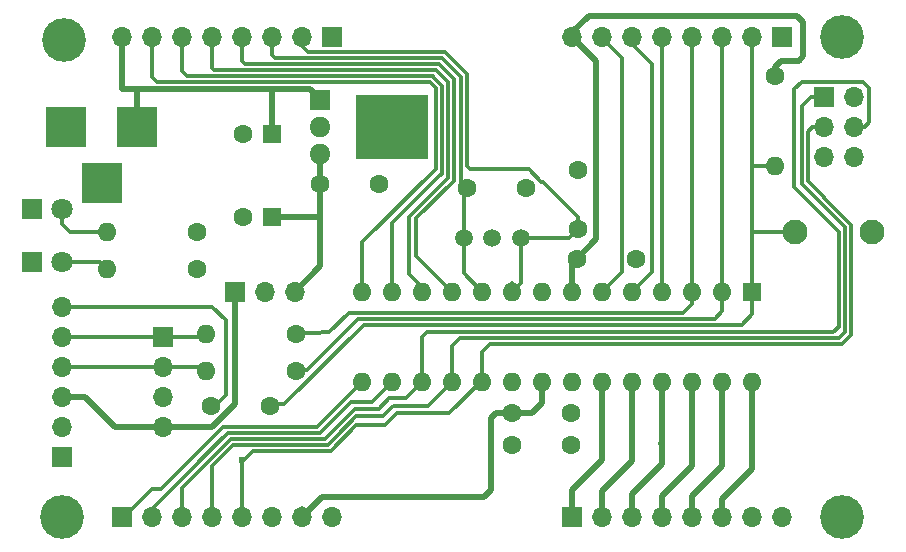
<source format=gtl>
G04 #@! TF.FileFunction,Copper,L1,Top,Signal*
%FSLAX46Y46*%
G04 Gerber Fmt 4.6, Leading zero omitted, Abs format (unit mm)*
G04 Created by KiCad (PCBNEW 4.0.7-e2-6376~58~ubuntu16.04.1) date Thu Feb  1 11:17:09 2018*
%MOMM*%
%LPD*%
G01*
G04 APERTURE LIST*
%ADD10C,0.100000*%
%ADD11C,3.700000*%
%ADD12C,1.600000*%
%ADD13R,1.800000X1.800000*%
%ADD14C,1.800000*%
%ADD15R,3.500000X3.500000*%
%ADD16R,1.700000X1.700000*%
%ADD17O,1.700000X1.700000*%
%ADD18O,1.600000X1.600000*%
%ADD19R,6.200000X5.500000*%
%ADD20R,1.800000X1.714500*%
%ADD21O,1.800000X1.714500*%
%ADD22R,1.600000X1.600000*%
%ADD23C,2.100000*%
%ADD24C,1.500000*%
%ADD25C,0.600000*%
%ADD26C,0.500000*%
%ADD27C,0.300000*%
G04 APERTURE END LIST*
D10*
D11*
X180340000Y-40640000D03*
X180340000Y-81280000D03*
X114300000Y-81280000D03*
D12*
X136144000Y-53086000D03*
X141144000Y-53086000D03*
X152400000Y-75184000D03*
X157400000Y-75184000D03*
X157988000Y-56896000D03*
X157988000Y-51896000D03*
X148590000Y-53467000D03*
X153590000Y-53467000D03*
X126873000Y-71882000D03*
X131873000Y-71882000D03*
X152400000Y-72517000D03*
X157400000Y-72517000D03*
D13*
X111760000Y-55245000D03*
D14*
X114300000Y-55245000D03*
D15*
X120650000Y-48260000D03*
X114650000Y-48260000D03*
X117650000Y-52960000D03*
D16*
X128905000Y-62230000D03*
D17*
X131445000Y-62230000D03*
X133985000Y-62230000D03*
D12*
X125730000Y-57150000D03*
D18*
X118110000Y-57150000D03*
D12*
X125730000Y-60325000D03*
D18*
X118110000Y-60325000D03*
D19*
X142217333Y-48260000D03*
D20*
X136144000Y-45974000D03*
D21*
X136144000Y-48260000D03*
X136144000Y-50546000D03*
D22*
X172720000Y-62230000D03*
D18*
X139700000Y-69850000D03*
X170180000Y-62230000D03*
X142240000Y-69850000D03*
X167640000Y-62230000D03*
X144780000Y-69850000D03*
X165100000Y-62230000D03*
X147320000Y-69850000D03*
X162560000Y-62230000D03*
X149860000Y-69850000D03*
X160020000Y-62230000D03*
X152400000Y-69850000D03*
X157480000Y-62230000D03*
X154940000Y-69850000D03*
X154940000Y-62230000D03*
X157480000Y-69850000D03*
X152400000Y-62230000D03*
X160020000Y-69850000D03*
X149860000Y-62230000D03*
X162560000Y-69850000D03*
X147320000Y-62230000D03*
X165100000Y-69850000D03*
X144780000Y-62230000D03*
X167640000Y-69850000D03*
X142240000Y-62230000D03*
X170180000Y-69850000D03*
X139700000Y-62230000D03*
X172720000Y-69850000D03*
D12*
X157861000Y-59436000D03*
X162861000Y-59436000D03*
D16*
X175260000Y-40640000D03*
D17*
X172720000Y-40640000D03*
X170180000Y-40640000D03*
X167640000Y-40640000D03*
X165100000Y-40640000D03*
X162560000Y-40640000D03*
X160020000Y-40640000D03*
X157480000Y-40640000D03*
D16*
X137160000Y-40640000D03*
D17*
X134620000Y-40640000D03*
X132080000Y-40640000D03*
X129540000Y-40640000D03*
X127000000Y-40640000D03*
X124460000Y-40640000D03*
X121920000Y-40640000D03*
X119380000Y-40640000D03*
D16*
X119380000Y-81280000D03*
D17*
X121920000Y-81280000D03*
X124460000Y-81280000D03*
X127000000Y-81280000D03*
X129540000Y-81280000D03*
X132080000Y-81280000D03*
X134620000Y-81280000D03*
X137160000Y-81280000D03*
D16*
X157480000Y-81280000D03*
D17*
X160020000Y-81280000D03*
X162560000Y-81280000D03*
X165100000Y-81280000D03*
X167640000Y-81280000D03*
X170180000Y-81280000D03*
X172720000Y-81280000D03*
X175260000Y-81280000D03*
D16*
X178816000Y-45720000D03*
D17*
X181356000Y-45720000D03*
X178816000Y-48260000D03*
X181356000Y-48260000D03*
X178816000Y-50800000D03*
X181356000Y-50800000D03*
D13*
X111760000Y-59690000D03*
D14*
X114300000Y-59690000D03*
D16*
X114300000Y-76200000D03*
D17*
X114300000Y-73660000D03*
X114300000Y-71120000D03*
X114300000Y-68580000D03*
X114300000Y-66040000D03*
X114300000Y-63500000D03*
D16*
X122809000Y-66040000D03*
D17*
X122809000Y-68580000D03*
X122809000Y-71120000D03*
X122809000Y-73660000D03*
D12*
X174625000Y-43942000D03*
D18*
X174625000Y-51562000D03*
D12*
X134112000Y-68961000D03*
D18*
X126492000Y-68961000D03*
D12*
X134112000Y-65786000D03*
D18*
X126492000Y-65786000D03*
D22*
X132080000Y-48895000D03*
D12*
X129580000Y-48895000D03*
D22*
X132080000Y-55880000D03*
D12*
X129580000Y-55880000D03*
D11*
X114427000Y-40894000D03*
D23*
X182880000Y-57150000D03*
X176380000Y-57150000D03*
D24*
X150722000Y-57658000D03*
X153162000Y-57658000D03*
X148282000Y-57658000D03*
D25*
X129540000Y-76454000D03*
X159512000Y-50038000D03*
D26*
X120650000Y-48260000D02*
X120650000Y-45085000D01*
X132080000Y-48895000D02*
X132080000Y-45050002D01*
X132080000Y-45085000D02*
X132080000Y-45050002D01*
X132080000Y-45050002D02*
X132080000Y-45212000D01*
X132080000Y-45212000D02*
X132080000Y-45085000D01*
X130556000Y-45085000D02*
X132080000Y-45085000D01*
X132080000Y-45085000D02*
X135255000Y-45085000D01*
X135255000Y-45085000D02*
X136144000Y-45974000D01*
X130556000Y-45085000D02*
X124460000Y-45085000D01*
X124460000Y-45085000D02*
X123190000Y-45085000D01*
X119380000Y-40640000D02*
X119380000Y-45085000D01*
X119380000Y-45085000D02*
X120015000Y-45085000D01*
X120015000Y-45085000D02*
X120650000Y-45085000D01*
X120650000Y-45085000D02*
X123190000Y-45085000D01*
X132080000Y-55880000D02*
X136144000Y-55880000D01*
X136144000Y-55880000D02*
X136017000Y-55880000D01*
X136017000Y-55880000D02*
X136144000Y-55880000D01*
X136144000Y-53086000D02*
X136144000Y-55880000D01*
X136144000Y-55880000D02*
X136144000Y-60071000D01*
X136144000Y-60071000D02*
X133985000Y-62230000D01*
X136144000Y-50546000D02*
X136144000Y-53086000D01*
D27*
X154876500Y-52895500D02*
X155003500Y-52895500D01*
X157988000Y-55880000D02*
X157988000Y-56896000D01*
X155003500Y-52895500D02*
X157988000Y-55880000D01*
X153162000Y-57658000D02*
X157226000Y-57658000D01*
X157226000Y-57658000D02*
X157988000Y-56896000D01*
X153162000Y-57658000D02*
X153162000Y-61468000D01*
X153162000Y-61468000D02*
X152400000Y-62230000D01*
X134620000Y-40640000D02*
X134620000Y-41409998D01*
X134620000Y-41409998D02*
X135120002Y-41910000D01*
X135120002Y-41910000D02*
X146685000Y-41910000D01*
X146685000Y-41910000D02*
X148590000Y-43815000D01*
X148590000Y-43815000D02*
X148590000Y-51562000D01*
X148590000Y-51562000D02*
X148844000Y-51816000D01*
X148844000Y-51816000D02*
X153797000Y-51816000D01*
X153797000Y-51816000D02*
X154876500Y-52895500D01*
D26*
X134620000Y-40640000D02*
X134620000Y-41021000D01*
X152400000Y-62230000D02*
X152400000Y-61595000D01*
D27*
X148282000Y-57658000D02*
X148282000Y-53775000D01*
X148282000Y-53775000D02*
X148590000Y-53467000D01*
X148282000Y-57658000D02*
X148282000Y-60652000D01*
X148282000Y-60652000D02*
X149860000Y-62230000D01*
X132080000Y-40640000D02*
X132080000Y-42171998D01*
X148082000Y-44069000D02*
X148082000Y-52959000D01*
X146431000Y-42418000D02*
X148082000Y-44069000D01*
X132326002Y-42418000D02*
X146431000Y-42418000D01*
X132080000Y-42171998D02*
X132326002Y-42418000D01*
X148082000Y-52959000D02*
X148590000Y-53467000D01*
X126873000Y-71882000D02*
X127254000Y-71882000D01*
X127254000Y-71882000D02*
X128143000Y-70993000D01*
X128143000Y-70993000D02*
X128143000Y-64643000D01*
X128143000Y-64643000D02*
X127000000Y-63500000D01*
X127000000Y-63500000D02*
X124079000Y-63500000D01*
X114300000Y-63500000D02*
X124079000Y-63500000D01*
X126365000Y-71628000D02*
X126492000Y-71755000D01*
X131492000Y-71755000D02*
X133088002Y-71755000D01*
X133088002Y-71755000D02*
X139819002Y-65024000D01*
X139819002Y-65024000D02*
X139819002Y-65016002D01*
X139819002Y-65016002D02*
X139819002Y-65024000D01*
X174625000Y-51562000D02*
X172720000Y-51562000D01*
X172720000Y-51562000D02*
X172847000Y-51562000D01*
X172847000Y-51562000D02*
X172720000Y-51562000D01*
X168275000Y-65024000D02*
X171831000Y-65024000D01*
X172720000Y-64135000D02*
X172720000Y-62230000D01*
X171831000Y-65024000D02*
X172720000Y-64135000D01*
X139819002Y-65024000D02*
X168275000Y-65024000D01*
X176380000Y-57150000D02*
X172720000Y-57150000D01*
X176276000Y-57046000D02*
X176380000Y-57150000D01*
X172720000Y-62230000D02*
X172720000Y-57150000D01*
X172720000Y-57150000D02*
X172720000Y-53340000D01*
X172720000Y-53340000D02*
X172720000Y-52705000D01*
X172720000Y-52705000D02*
X172720000Y-51562000D01*
X172720000Y-51562000D02*
X172720000Y-40640000D01*
D26*
X150622000Y-74930000D02*
X150622000Y-72898000D01*
X151003000Y-72517000D02*
X152400000Y-72517000D01*
X150622000Y-72898000D02*
X151003000Y-72517000D01*
X134620000Y-81280000D02*
X136271000Y-79629000D01*
X150622000Y-78994000D02*
X150622000Y-76835000D01*
X149987000Y-79629000D02*
X150622000Y-78994000D01*
X136271000Y-79629000D02*
X149987000Y-79629000D01*
X134620000Y-81280000D02*
X134620000Y-80645000D01*
X150622000Y-76835000D02*
X150622000Y-74930000D01*
X152400000Y-72517000D02*
X154051000Y-72517000D01*
X154940000Y-71628000D02*
X154940000Y-69850000D01*
X154051000Y-72517000D02*
X154940000Y-71628000D01*
D27*
X122809000Y-68580000D02*
X126111000Y-68580000D01*
X126111000Y-68580000D02*
X126492000Y-68961000D01*
X126238000Y-68707000D02*
X126492000Y-68961000D01*
X114300000Y-68580000D02*
X122174000Y-68580000D01*
X122809000Y-66040000D02*
X126238000Y-66040000D01*
X126238000Y-66040000D02*
X126492000Y-65786000D01*
X126111000Y-66167000D02*
X126492000Y-65786000D01*
X114300000Y-66040000D02*
X122174000Y-66040000D01*
X165100000Y-62230000D02*
X165100000Y-40640000D01*
X162560000Y-40640000D02*
X162560000Y-41275000D01*
X162560000Y-41275000D02*
X164211000Y-42926000D01*
X164211000Y-60579000D02*
X162560000Y-62230000D01*
X164211000Y-42926000D02*
X164211000Y-60579000D01*
X160020000Y-40640000D02*
X160020000Y-40767000D01*
X160020000Y-40767000D02*
X161671000Y-42418000D01*
X161671000Y-60579000D02*
X160020000Y-62230000D01*
X161671000Y-42418000D02*
X161671000Y-60579000D01*
X129540000Y-40640000D02*
X129540000Y-42695994D01*
X144272000Y-59182000D02*
X147320000Y-62230000D01*
X144272000Y-55999002D02*
X144272000Y-59182000D01*
X147447000Y-52824002D02*
X144272000Y-55999002D01*
X147447000Y-44196000D02*
X147447000Y-52824002D01*
X146177000Y-42926000D02*
X147447000Y-44196000D01*
X129770006Y-42926000D02*
X146177000Y-42926000D01*
X129540000Y-42695994D02*
X129770006Y-42926000D01*
X146923004Y-51816000D02*
X146923004Y-52593996D01*
X146923004Y-52593996D02*
X146177000Y-53340000D01*
X127000000Y-42672000D02*
X127000000Y-43307000D01*
X146923004Y-44434004D02*
X146923004Y-51816000D01*
X145938996Y-43449996D02*
X146923004Y-44434004D01*
X127142996Y-43449996D02*
X145938996Y-43449996D01*
X127000000Y-43307000D02*
X127142996Y-43449996D01*
X127000000Y-40640000D02*
X127000000Y-42672000D01*
X144780000Y-62230000D02*
X144780000Y-61849000D01*
X144780000Y-61849000D02*
X143637000Y-60706000D01*
X143637000Y-60706000D02*
X143637000Y-55880000D01*
X143637000Y-55880000D02*
X146177000Y-53340000D01*
X127000000Y-40640000D02*
X127213530Y-40640000D01*
X145676998Y-43949998D02*
X145676998Y-44004888D01*
X146423002Y-52204998D02*
X146177000Y-52451000D01*
X146423002Y-44750892D02*
X146423002Y-52204998D01*
X145676998Y-44004888D02*
X146423002Y-44750892D01*
X124460000Y-43053000D02*
X124460000Y-43561000D01*
X124848998Y-43949998D02*
X145676998Y-43949998D01*
X124460000Y-43561000D02*
X124848998Y-43949998D01*
X124460000Y-40640000D02*
X124460000Y-43053000D01*
X142240000Y-56388000D02*
X142240000Y-62230000D01*
X146177000Y-52451000D02*
X142240000Y-56388000D01*
X121920000Y-40640000D02*
X121920000Y-44069000D01*
X145923000Y-44958000D02*
X145923000Y-45720000D01*
X145415000Y-44450000D02*
X145923000Y-44958000D01*
X122301000Y-44450000D02*
X145415000Y-44450000D01*
X121920000Y-44069000D02*
X122301000Y-44450000D01*
X139700000Y-58039000D02*
X139700000Y-62230000D01*
X145923000Y-51816000D02*
X139700000Y-58039000D01*
X145923000Y-45720000D02*
X145923000Y-51816000D01*
X128016000Y-73660000D02*
X127889000Y-73660000D01*
X122674002Y-78874998D02*
X121912002Y-78874998D01*
X127889000Y-73660000D02*
X122674002Y-78874998D01*
X128016000Y-73660000D02*
X128778000Y-73660000D01*
X129413000Y-73660000D02*
X128778000Y-73660000D01*
X135890000Y-73660000D02*
X139700000Y-69850000D01*
X129413000Y-73660000D02*
X135890000Y-73660000D01*
X119380000Y-81280000D02*
X119507000Y-81280000D01*
X119507000Y-81280000D02*
X121912002Y-78874998D01*
X119380000Y-81280000D02*
X119472002Y-81280000D01*
X130302000Y-74168000D02*
X128324890Y-74168000D01*
X128324890Y-74168000D02*
X121920000Y-80572890D01*
X121920000Y-80572890D02*
X121920000Y-81280000D01*
X125920500Y-76564392D02*
X128316892Y-74168000D01*
X128316892Y-74168000D02*
X128316892Y-74160002D01*
X128316892Y-74160002D02*
X128316892Y-74168000D01*
X129921000Y-74168000D02*
X128316892Y-74168000D01*
X136144000Y-74168000D02*
X138747500Y-71564500D01*
X129921000Y-74168000D02*
X130302000Y-74168000D01*
X130302000Y-74168000D02*
X136144000Y-74168000D01*
X140525500Y-71564500D02*
X142240000Y-69850000D01*
X138747500Y-71564500D02*
X140525500Y-71564500D01*
X121920000Y-81280000D02*
X122047000Y-81280000D01*
X180721000Y-44450000D02*
X182118000Y-44450000D01*
X182245000Y-48260000D02*
X181356000Y-48260000D01*
X182626000Y-47879000D02*
X182245000Y-48260000D01*
X182626000Y-44958000D02*
X182626000Y-47879000D01*
X182118000Y-44450000D02*
X182626000Y-44958000D01*
X180086000Y-57912000D02*
X180086000Y-57150000D01*
X176911000Y-44450000D02*
X178816000Y-44450000D01*
X176276000Y-45085000D02*
X176911000Y-44450000D01*
X176276000Y-53340000D02*
X176276000Y-45085000D01*
X180086000Y-57150000D02*
X176276000Y-53340000D01*
X124460000Y-81280000D02*
X124460000Y-78794890D01*
X124460000Y-78794890D02*
X128586888Y-74668002D01*
X129921000Y-74668002D02*
X129921000Y-74676000D01*
X129921000Y-74676000D02*
X136525000Y-74676000D01*
X136525000Y-74676000D02*
X139065000Y-72136000D01*
X139065000Y-72136000D02*
X141097000Y-72136000D01*
X141097000Y-72136000D02*
X141986000Y-71247000D01*
X141986000Y-71247000D02*
X143383000Y-71247000D01*
X143383000Y-71247000D02*
X144780000Y-69850000D01*
X128586888Y-74668002D02*
X129921000Y-74668002D01*
X124460000Y-81280000D02*
X124460000Y-81153000D01*
X179585998Y-65659000D02*
X177419000Y-65659000D01*
X180086000Y-65158998D02*
X179585998Y-65659000D01*
X180086000Y-57912000D02*
X180086000Y-65158998D01*
X144780000Y-69850000D02*
X144780000Y-66040000D01*
X144780000Y-66040000D02*
X145161000Y-65659000D01*
X145161000Y-65659000D02*
X177419000Y-65659000D01*
X124460000Y-81280000D02*
X124587000Y-81280000D01*
X180721000Y-44450000D02*
X178816000Y-44450000D01*
X178816000Y-45720000D02*
X177673000Y-45720000D01*
X176911000Y-46482000D02*
X176911000Y-49403000D01*
X177673000Y-45720000D02*
X176911000Y-46482000D01*
X176911000Y-53078002D02*
X178184999Y-54352001D01*
X176911000Y-49403000D02*
X176911000Y-53078002D01*
X130429000Y-75184000D02*
X128778000Y-75184000D01*
X128778000Y-75184000D02*
X127000000Y-76962000D01*
X127000000Y-76962000D02*
X127000000Y-78351002D01*
X127000000Y-78351002D02*
X126992002Y-78351002D01*
X126992002Y-78351002D02*
X127000000Y-78351002D01*
X127000000Y-81280000D02*
X127000000Y-78351002D01*
X136779000Y-75184000D02*
X137541000Y-74422000D01*
X130429000Y-75184000D02*
X136779000Y-75184000D01*
X141478000Y-72771000D02*
X142240000Y-72009000D01*
X139192000Y-72771000D02*
X141478000Y-72771000D01*
X137541000Y-74422000D02*
X139192000Y-72771000D01*
X142367000Y-71882000D02*
X145288000Y-71882000D01*
X142240000Y-72009000D02*
X142367000Y-71882000D01*
X145288000Y-71882000D02*
X147320000Y-69850000D01*
X180601998Y-56769000D02*
X180601998Y-56958888D01*
X178184999Y-54352001D02*
X180601998Y-56769000D01*
X180594000Y-58166000D02*
X180601998Y-58166000D01*
X180601998Y-58166000D02*
X180601998Y-65659000D01*
X180601998Y-65659000D02*
X180093998Y-66167000D01*
X180093998Y-66167000D02*
X178315998Y-66167000D01*
X180601998Y-56958888D02*
X180601998Y-58158002D01*
X180601998Y-58158002D02*
X180594000Y-58166000D01*
X178315998Y-66167000D02*
X178315998Y-66159002D01*
X178315998Y-66159002D02*
X178315998Y-66167000D01*
X148971000Y-66167000D02*
X147955000Y-66167000D01*
X150241000Y-66167000D02*
X178315998Y-66167000D01*
X150241000Y-66167000D02*
X148971000Y-66167000D01*
X147320000Y-66802000D02*
X147320000Y-69850000D01*
X147955000Y-66167000D02*
X147320000Y-66802000D01*
X127000000Y-81280000D02*
X127127000Y-81280000D01*
X178816000Y-48260000D02*
X177800000Y-48260000D01*
X178816000Y-54229000D02*
X178816000Y-54275892D01*
X177411002Y-52824002D02*
X178816000Y-54229000D01*
X177411002Y-48648998D02*
X177411002Y-52824002D01*
X177800000Y-48260000D02*
X177411002Y-48648998D01*
X129540000Y-76454000D02*
X129667000Y-76454000D01*
X130429000Y-75692000D02*
X131699000Y-75692000D01*
X129667000Y-76454000D02*
X130429000Y-75692000D01*
X139192000Y-73533000D02*
X139954000Y-73533000D01*
X142621000Y-72517000D02*
X142367000Y-72771000D01*
X149733000Y-69850000D02*
X147066000Y-72517000D01*
X139954000Y-73533000D02*
X141605000Y-73533000D01*
X141605000Y-73533000D02*
X142367000Y-72771000D01*
X147066000Y-72517000D02*
X142621000Y-72517000D01*
X131699000Y-75692000D02*
X137033000Y-75692000D01*
X137033000Y-75692000D02*
X139192000Y-73533000D01*
X129540000Y-81280000D02*
X129540000Y-76454000D01*
X181102000Y-56561892D02*
X181102000Y-58039000D01*
X178816000Y-54275892D02*
X181102000Y-56561892D01*
X178181000Y-66675000D02*
X180340000Y-66675000D01*
X150495000Y-66675000D02*
X178181000Y-66675000D01*
X149860000Y-67310000D02*
X150495000Y-66675000D01*
X149860000Y-69850000D02*
X149860000Y-67310000D01*
X180340000Y-66675000D02*
X181102000Y-65913000D01*
X181102000Y-65913000D02*
X181102000Y-58039000D01*
X149860000Y-69850000D02*
X149733000Y-69850000D01*
X129540000Y-81280000D02*
X129540000Y-80899000D01*
D26*
X157480000Y-81280000D02*
X157480000Y-78994000D01*
X160020000Y-76454000D02*
X160020000Y-69850000D01*
X157480000Y-78994000D02*
X160020000Y-76454000D01*
X160020000Y-81280000D02*
X160020000Y-79121000D01*
X162560000Y-76581000D02*
X162560000Y-73914000D01*
X160020000Y-79121000D02*
X162560000Y-76581000D01*
X162560000Y-69850000D02*
X162560000Y-73914000D01*
X162560000Y-81280000D02*
X162560000Y-79375000D01*
X164973000Y-75057000D02*
X165100000Y-75057000D01*
X165100000Y-75184000D02*
X164973000Y-75057000D01*
X165100000Y-76835000D02*
X165100000Y-75184000D01*
X162560000Y-79375000D02*
X165100000Y-76835000D01*
X165100000Y-69850000D02*
X165100000Y-75057000D01*
X165100000Y-81280000D02*
X165100000Y-79502000D01*
X167640000Y-76962000D02*
X167640000Y-75819000D01*
X165100000Y-79502000D02*
X167640000Y-76962000D01*
X167640000Y-75819000D02*
X167640000Y-69850000D01*
X167640000Y-81280000D02*
X167640000Y-79502000D01*
X170180000Y-76962000D02*
X170180000Y-75057000D01*
X167640000Y-79502000D02*
X170180000Y-76962000D01*
X170180000Y-69850000D02*
X170180000Y-75057000D01*
X170180000Y-81280000D02*
X170180000Y-79756000D01*
X172720000Y-77216000D02*
X172720000Y-75946000D01*
X170180000Y-79756000D02*
X172720000Y-77216000D01*
X172720000Y-69850000D02*
X172720000Y-75946000D01*
D27*
X114300000Y-55245000D02*
X114300000Y-56515000D01*
X114935000Y-57150000D02*
X118110000Y-57150000D01*
X114300000Y-56515000D02*
X114935000Y-57150000D01*
D26*
X125349000Y-73660000D02*
X127000000Y-73660000D01*
X127000000Y-73660000D02*
X128905000Y-71755000D01*
X128905000Y-71755000D02*
X128905000Y-62230000D01*
X128905000Y-62230000D02*
X128905000Y-71755000D01*
X122174000Y-73660000D02*
X125349000Y-73660000D01*
X122174000Y-73660000D02*
X122301000Y-73660000D01*
X114300000Y-71120000D02*
X116205000Y-71120000D01*
X118745000Y-73660000D02*
X122174000Y-73660000D01*
X116205000Y-71120000D02*
X118745000Y-73660000D01*
X174625000Y-43942000D02*
X174625000Y-43180000D01*
X174625000Y-43180000D02*
X175133000Y-42672000D01*
X175133000Y-42672000D02*
X176657000Y-42672000D01*
X176657000Y-42672000D02*
X177038000Y-42291000D01*
X174625000Y-43561000D02*
X174625000Y-43942000D01*
X159512000Y-48387000D02*
X159512000Y-50038000D01*
X157861000Y-59436000D02*
X159512000Y-57785000D01*
X159512000Y-42672000D02*
X157480000Y-40640000D01*
X159512000Y-57785000D02*
X159512000Y-48387000D01*
X159512000Y-48387000D02*
X159512000Y-42672000D01*
X157480000Y-62230000D02*
X157480000Y-59817000D01*
X157480000Y-59817000D02*
X157861000Y-59436000D01*
X157480000Y-40640000D02*
X157480000Y-40259000D01*
X157480000Y-40259000D02*
X158877000Y-38862000D01*
X158877000Y-38862000D02*
X176530000Y-38862000D01*
X176530000Y-38862000D02*
X177038000Y-39370000D01*
X177038000Y-39370000D02*
X177038000Y-42291000D01*
D27*
X114300000Y-59690000D02*
X117475000Y-59690000D01*
X117475000Y-59690000D02*
X118110000Y-60325000D01*
X115570000Y-59690000D02*
X117475000Y-59690000D01*
X117475000Y-59690000D02*
X118110000Y-60325000D01*
X139446000Y-64516000D02*
X139319000Y-64516000D01*
X135001000Y-68834000D02*
X134112000Y-68961000D01*
X139319000Y-64516000D02*
X135001000Y-68834000D01*
X167894000Y-64516000D02*
X169545000Y-64516000D01*
X170180000Y-63881000D02*
X170180000Y-62230000D01*
X169545000Y-64516000D02*
X170180000Y-63881000D01*
X139446000Y-64516000D02*
X167894000Y-64516000D01*
X134112000Y-68961000D02*
X134493000Y-68961000D01*
X170180000Y-40640000D02*
X170180000Y-62230000D01*
X134112000Y-65786000D02*
X136906000Y-65659000D01*
X138549002Y-64015998D02*
X140208000Y-64015998D01*
X136906000Y-65659000D02*
X138549002Y-64015998D01*
X140589000Y-64015998D02*
X140589000Y-64008000D01*
X140208000Y-64015998D02*
X140589000Y-64015998D01*
X165354000Y-64008000D02*
X166878000Y-64008000D01*
X167640000Y-63246000D02*
X167640000Y-62230000D01*
X166878000Y-64008000D02*
X167640000Y-63246000D01*
X140589000Y-64008000D02*
X165354000Y-64008000D01*
X167640000Y-40640000D02*
X167640000Y-62230000D01*
M02*

</source>
